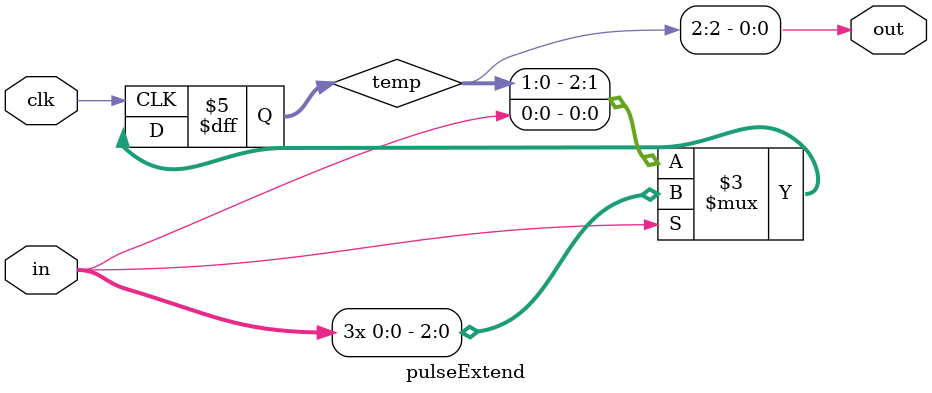
<source format=v>

module pulseExtend(
input clk,
input in,
output out
);
reg [2:0] temp;

always@(posedge clk)
begin
	if (in)
	temp = {3{in}};
	else
	temp = {temp[1:0], in};
end
assign out = temp[2];
endmodule
</source>
